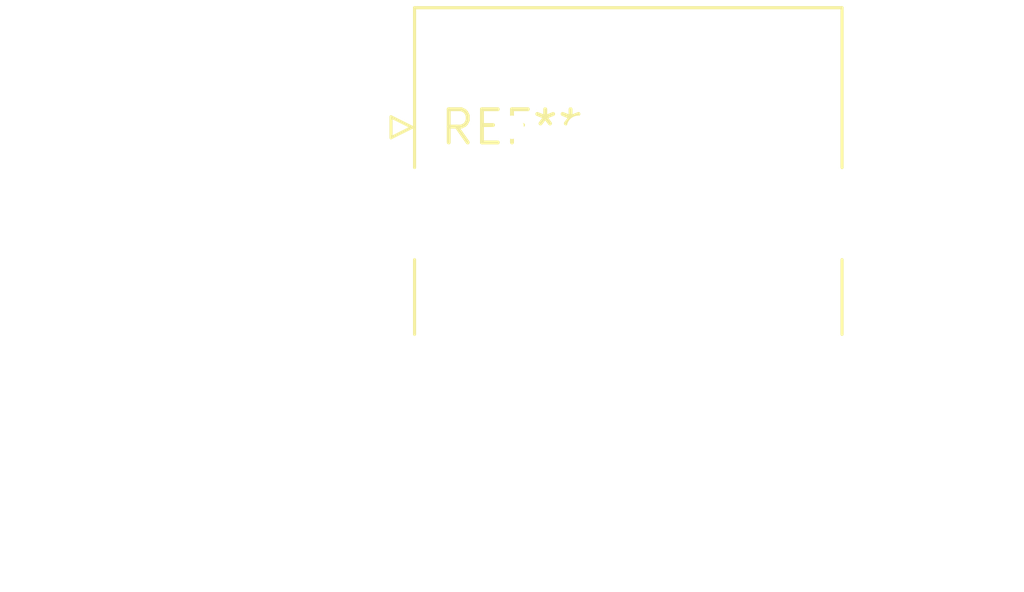
<source format=kicad_pcb>
(kicad_pcb (version 20240108) (generator pcbnew)
  (layers (0 "F.Cu" signal) (31 "B.Cu" signal) (34 "B.Paste" user) (35 "F.Paste" user) (36 "B.SilkS" user "B.Silkscreen") (37 "F.SilkS" user "F.Silkscreen") (38 "B.Mask" user) (39 "F.Mask" user) (44 "Edge.Cuts" user))
  (net 0 "")
  (footprint "RJ45_HALO_HFJ11-x2450HRL_Horizontal" (layer "F.Cu") (at 0 0)
    (property "Reference" "REF**")
    (property "Value" "RJ45_HALO_HFJ11-x2450HRL_Horizontal")
    (fp_line (start -4.625 -0.4) (end -4.625 0.4) (layer "F.SilkS") (stroke (width 0.12)))
    (fp_line (start -4.625 0.4) (end -3.825 0) (layer "F.SilkS") (stroke (width 0.12)))
    (fp_line (start -3.825 0) (end -4.625 -0.4) (layer "F.SilkS") (stroke (width 0.12)))
    (fp_line (start -3.725 -4.57) (end -3.725 1.54) (layer "F.SilkS") (stroke (width 0.12)))
    (fp_line (start -3.725 7.915) (end -3.725 5.06) (layer "F.SilkS") (stroke (width 0.12)))
    (fp_line (start 12.615 -4.57) (end -3.725 -4.57) (layer "F.SilkS") (stroke (width 0.12)))
    (fp_line (start 12.615 -4.57) (end 12.615 1.54) (layer "F.SilkS") (stroke (width 0.12)))
    (fp_line (start 12.615 7.915) (end 12.615 5.06) (layer "F.SilkS") (stroke (width 0.12)))
    (pad "" np_thru_hole circle (at -1.27 6.35) (size 3.25 3.25) (drill 3.25) (layers *.Cu *.Mask))
    (pad "" np_thru_hole circle (at 10.16 6.35) (size 3.25 3.25) (drill 3.25) (layers *.Cu *.Mask))
    (pad "1" thru_hole rect (at 0 0) (size 1.8 1.8) (drill 0.89) (layers *.Cu *.Mask) (remove_unused_layers))
    (pad "2" thru_hole circle (at 1.27 -2.54) (size 1.8 1.8) (drill 0.89) (layers *.Cu *.Mask) (remove_unused_layers))
    (pad "3" thru_hole circle (at 2.54 0) (size 1.8 1.8) (drill 0.89) (layers *.Cu *.Mask) (remove_unused_layers))
    (pad "4" thru_hole circle (at 3.81 -2.54) (size 1.8 1.8) (drill 0.89) (layers *.Cu *.Mask) (remove_unused_layers))
    (pad "5" thru_hole circle (at 5.08 0) (size 1.8 1.8) (drill 0.89) (layers *.Cu *.Mask) (remove_unused_layers))
    (pad "6" thru_hole circle (at 6.35 -2.54) (size 1.8 1.8) (drill 0.89) (layers *.Cu *.Mask) (remove_unused_layers))
    (pad "7" thru_hole circle (at 7.62 0) (size 1.8 1.8) (drill 0.89) (layers *.Cu *.Mask) (remove_unused_layers))
    (pad "8" thru_hole circle (at 8.89 -2.54) (size 1.8 1.8) (drill 0.89) (layers *.Cu *.Mask) (remove_unused_layers))
    (pad "SH" thru_hole circle (at -3.3 3.3) (size 3 3) (drill 1.6) (layers *.Cu *.Mask) (remove_unused_layers))
    (pad "SH" thru_hole circle (at 12.19 3.3) (size 3 3) (drill 1.6) (layers *.Cu *.Mask) (remove_unused_layers))
  )
)
</source>
